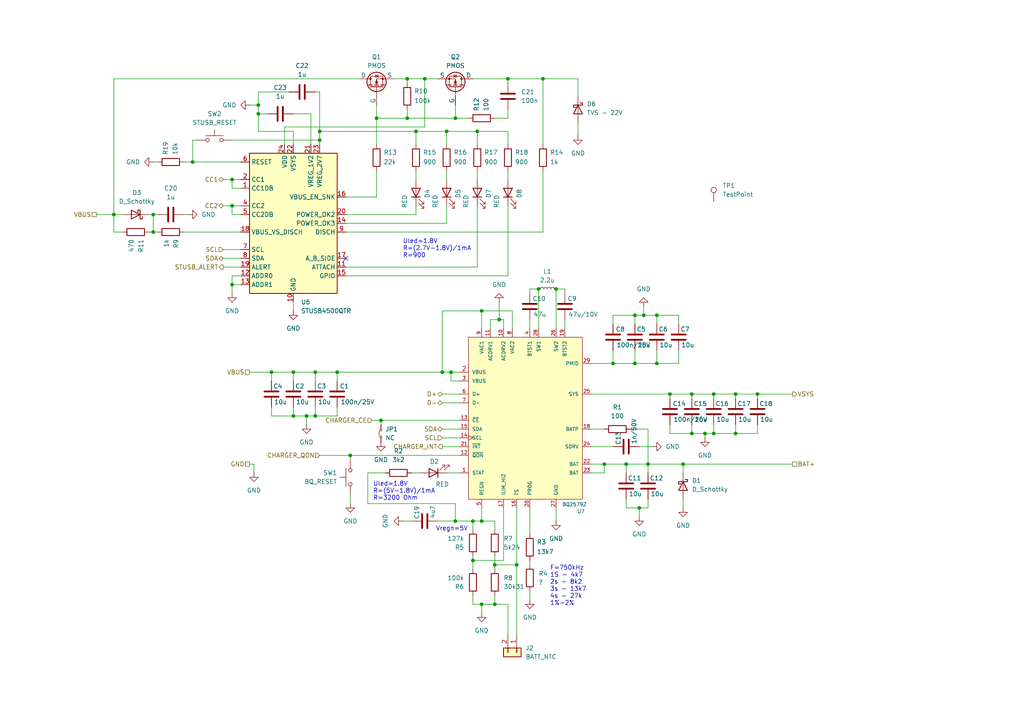
<source format=kicad_sch>
(kicad_sch (version 20231120) (generator "eeschema") (generator_version "8.0")
  (paper "A4")
  (lib_symbols
    (symbol "Connector:TestPoint" (pin_numbers hide) (pin_names (offset 0.762) hide)
      (property "Reference" "TP" (at 0 6.858 0))
      (property "Value" "TestPoint" (at 0 5.08 0))
      (symbol "TestPoint_0_1"
        (circle (center 0 3.302) (radius 0.762))
      )
      (symbol "TestPoint_1_1"
        (pin passive line (at 0 0 90) (length 2.54) (name "1") (number "1"))
      )
    )
    (symbol "Connector_Generic:Conn_01x02" (pin_names (offset 1.016) hide)
      (property "Reference" "J" (at 0 2.54 0))
      (property "Value" "Conn_01x02" (at 0 -5.08 0))
      (symbol "Conn_01x02_1_1"
        (rectangle (start -1.27 -2.413) (end 0 -2.667) (stroke (width 0.1524)))
        (rectangle (start -1.27 0.127) (end 0 -0.127) (stroke (width 0.1524)))
        (rectangle (start -1.27 1.27) (end 1.27 -3.81) (stroke (width 0.254)) (fill (type background)))
        (pin passive line (at -5.08 0 0) (length 3.81) (name "Pin_1") (number "1"))
        (pin passive line (at -5.08 -2.54 0) (length 3.81) (name "Pin_2") (number "2"))
      )
    )
    (symbol "Device:C" (pin_numbers hide) (pin_names (offset 0.254))
      (property "Reference" "C" (at 0.635 2.54 0))
      (property "Value" "C" (at 0.635 -2.54 0))
      (symbol "C_0_1"
        (polyline (pts (xy -2.032 -0.762) (xy 2.032 -0.762)) (stroke (width 0.508)))
        (polyline (pts (xy -2.032 0.762) (xy 2.032 0.762)) (stroke (width 0.508)))
      )
      (symbol "C_1_1"
        (pin passive line (at 0 3.81 270) (length 2.794) (name "~") (number "1"))
        (pin passive line (at 0 -3.81 90) (length 2.794) (name "~") (number "2"))
      )
    )
    (symbol "Device:D_Schottky" (pin_numbers hide) (pin_names (offset 1.016) hide)
      (property "Reference" "D" (at 0 2.54 0))
      (property "Value" "D_Schottky" (at 0 -2.54 0))
      (symbol "D_Schottky_0_1"
        (polyline (pts (xy 1.27 0) (xy -1.27 0)))
        (polyline (pts (xy 1.27 1.27) (xy 1.27 -1.27) (xy -1.27 0) (xy 1.27 1.27)) (stroke (width 0.254)))
        (polyline (pts (xy -1.905 0.635) (xy -1.905 1.27) (xy -1.27 1.27) (xy -1.27 -1.27) (xy -0.635 -1.27) (xy -0.635 -0.635)) (stroke (width 0.254)))
      )
      (symbol "D_Schottky_1_1"
        (pin passive line (at -3.81 0 0) (length 2.54) (name "K") (number "1"))
        (pin passive line (at 3.81 0 180) (length 2.54) (name "A") (number "2"))
      )
    )
    (symbol "Device:LED" (pin_numbers hide) (pin_names (offset 1.016) hide)
      (property "Reference" "D" (at 0 2.54 0))
      (property "Value" "LED" (at 0 -2.54 0))
      (symbol "LED_0_1"
        (polyline (pts (xy -1.27 -1.27) (xy -1.27 1.27)) (stroke (width 0.254)))
        (polyline (pts (xy -1.27 0) (xy 1.27 0)))
        (polyline (pts (xy 1.27 -1.27) (xy 1.27 1.27) (xy -1.27 0) (xy 1.27 -1.27)) (stroke (width 0.254)))
        (polyline (pts (xy -3.048 -0.762) (xy -4.572 -2.286) (xy -3.81 -2.286) (xy -4.572 -2.286) (xy -4.572 -1.524)))
        (polyline (pts (xy -1.778 -0.762) (xy -3.302 -2.286) (xy -2.54 -2.286) (xy -3.302 -2.286) (xy -3.302 -1.524)))
      )
      (symbol "LED_1_1"
        (pin passive line (at -3.81 0 0) (length 2.54) (name "K") (number "1"))
        (pin passive line (at 3.81 0 180) (length 2.54) (name "A") (number "2"))
      )
    )
    (symbol "Device:L_Small" (pin_numbers hide) (pin_names (offset 0.254) hide)
      (property "Reference" "L" (at 0.762 1.016 0))
      (property "Value" "L_Small" (at 0.762 -1.016 0))
      (symbol "L_Small_0_1"
        (arc (start 0 -2.032) (mid 0.5058 -1.524) (end 0 -1.016))
        (arc (start 0 -1.016) (mid 0.5058 -0.508) (end 0 0))
        (arc (start 0 0) (mid 0.5058 0.508) (end 0 1.016))
        (arc (start 0 1.016) (mid 0.5058 1.524) (end 0 2.032))
      )
      (symbol "L_Small_1_1"
        (pin passive line (at 0 2.54 270) (length 0.508) (name "~") (number "1"))
        (pin passive line (at 0 -2.54 90) (length 0.508) (name "~") (number "2"))
      )
    )
    (symbol "Device:R" (pin_numbers hide) (pin_names (offset 0))
      (property "Reference" "R" (at 2.032 0 90))
      (property "Value" "R" (at 0 0 90))
      (symbol "R_0_1"
        (rectangle (start -1.016 -2.54) (end 1.016 2.54) (stroke (width 0.254)))
      )
      (symbol "R_1_1"
        (pin passive line (at 0 3.81 270) (length 1.27) (name "~") (number "1"))
        (pin passive line (at 0 -3.81 90) (length 1.27) (name "~") (number "2"))
      )
    )
    (symbol "Interface_USB:STUSB4500QTR"
      (property "Reference" "U" (at -12.7 21.59 0))
      (property "Value" "STUSB4500QTR" (at 8.89 -21.59 0))
      (symbol "STUSB4500QTR_0_1"
        (rectangle (start -12.7 20.32) (end 12.7 -20.32) (stroke (width 0.254)) (fill (type background)))
      )
      (symbol "STUSB4500QTR_1_1"
        (pin bidirectional line (at -15.24 10.16 0) (length 2.54) (name "CC1DB") (number "1"))
        (pin power_in line (at 0 -22.86 90) (length 2.54) (name "GND") (number "10"))
        (pin open_collector line (at 15.24 -12.7 180) (length 2.54) (name "ATTACH") (number "11"))
        (pin input line (at -15.24 -15.24 0) (length 2.54) (name "ADDR0") (number "12"))
        (pin input line (at -15.24 -17.78 0) (length 2.54) (name "ADDR1") (number "13"))
        (pin open_collector line (at 15.24 0 180) (length 2.54) (name "POWER_OK3") (number "14"))
        (pin open_collector line (at 15.24 -15.24 180) (length 2.54) (name "GPIO") (number "15"))
        (pin open_collector line (at 15.24 7.62 180) (length 2.54) (name "VBUS_EN_SNK") (number "16"))
        (pin open_collector line (at 15.24 -10.16 180) (length 2.54) (name "A_B_SIDE") (number "17"))
        (pin input line (at -15.24 -2.54 0) (length 2.54) (name "VBUS_VS_DISCH") (number "18"))
        (pin open_collector line (at -15.24 -12.7 0) (length 2.54) (name "ALERT") (number "19"))
        (pin bidirectional line (at -15.24 12.7 0) (length 2.54) (name "CC1") (number "2"))
        (pin open_collector line (at 15.24 2.54 180) (length 2.54) (name "POWER_OK2") (number "20"))
        (pin power_out line (at 5.08 22.86 270) (length 2.54) (name "VREG_1V2") (number "21"))
        (pin power_in line (at 0 22.86 270) (length 2.54) (name "VSYS") (number "22"))
        (pin power_out line (at 7.62 22.86 270) (length 2.54) (name "VREG_2V7") (number "23"))
        (pin power_in line (at -2.54 22.86 270) (length 2.54) (name "VDD") (number "24"))
        (pin passive line (at 0 -22.86 90) (length 2.54) hide (name "GND") (number "25"))
        (pin no_connect line (at -12.7 15.24 0) (length 2.54) hide (name "NC") (number "3"))
        (pin bidirectional line (at -15.24 5.08 0) (length 2.54) (name "CC2") (number "4"))
        (pin bidirectional line (at -15.24 2.54 0) (length 2.54) (name "CC2DB") (number "5"))
        (pin input line (at -15.24 17.78 0) (length 2.54) (name "RESET") (number "6"))
        (pin input line (at -15.24 -7.62 0) (length 2.54) (name "SCL") (number "7"))
        (pin bidirectional line (at -15.24 -10.16 0) (length 2.54) (name "SDA") (number "8"))
        (pin bidirectional line (at 15.24 -2.54 180) (length 2.54) (name "DISCH") (number "9"))
      )
    )
    (symbol "Jumper:Jumper_2_Small_Bridged" (pin_numbers hide) (pin_names (offset 0) hide) (exclude_from_sim yes)
      (property "Reference" "JP" (at 0 2.032 0))
      (property "Value" "Jumper_2_Small_Bridged" (at 0 -2.286 0))
      (symbol "Jumper_2_Small_Bridged_0_0"
        (circle (center -1.016 0) (radius 0.254))
        (circle (center 1.016 0) (radius 0.254))
      )
      (symbol "Jumper_2_Small_Bridged_0_1"
        (arc (start 0.762 0.254) (mid 0 0.5696) (end -0.762 0.254))
      )
      (symbol "Jumper_2_Small_Bridged_1_1"
        (pin passive line (at -2.54 0 0) (length 1.27) (name "A") (number "1"))
        (pin passive line (at 2.54 0 180) (length 1.27) (name "B") (number "2"))
      )
    )
    (symbol "Simulation_SPICE:PMOS" (pin_numbers hide) (pin_names (offset 0))
      (property "Reference" "Q" (at 5.08 1.27 0))
      (property "Value" "PMOS" (at 5.08 -1.27 0))
      (symbol "PMOS_0_1"
        (polyline (pts (xy 0.254 0) (xy -2.54 0)))
        (polyline (pts (xy 0.254 1.905) (xy 0.254 -1.905)) (stroke (width 0.254)))
        (polyline (pts (xy 0.762 -1.27) (xy 0.762 -2.286)) (stroke (width 0.254)))
        (polyline (pts (xy 0.762 0.508) (xy 0.762 -0.508)) (stroke (width 0.254)))
        (polyline (pts (xy 0.762 2.286) (xy 0.762 1.27)) (stroke (width 0.254)))
        (polyline (pts (xy 2.54 2.54) (xy 2.54 1.778)))
        (polyline (pts (xy 2.54 -2.54) (xy 2.54 0) (xy 0.762 0)))
        (polyline (pts (xy 0.762 1.778) (xy 3.302 1.778) (xy 3.302 -1.778) (xy 0.762 -1.778)))
        (polyline (pts (xy 2.286 0) (xy 1.27 0.381) (xy 1.27 -0.381) (xy 2.286 0)) (fill (type outline)))
        (polyline (pts (xy 2.794 -0.508) (xy 2.921 -0.381) (xy 3.683 -0.381) (xy 3.81 -0.254)))
        (polyline (pts (xy 3.302 -0.381) (xy 2.921 0.254) (xy 3.683 0.254) (xy 3.302 -0.381)))
        (circle (center 1.651 0) (radius 2.794) (stroke (width 0.254)))
        (circle (center 2.54 -1.778) (radius 0.254) (fill (type outline)))
        (circle (center 2.54 1.778) (radius 0.254) (fill (type outline)))
      )
      (symbol "PMOS_1_1"
        (pin passive line (at 2.54 5.08 270) (length 2.54) (name "D") (number "1"))
        (pin input line (at -5.08 0 0) (length 2.54) (name "G") (number "2"))
        (pin passive line (at 2.54 -5.08 90) (length 2.54) (name "S") (number "3"))
      )
    )
    (symbol "Switch:SW_Push" (pin_numbers hide) (pin_names (offset 1.016) hide)
      (property "Reference" "SW" (at 1.27 2.54 0))
      (property "Value" "SW_Push" (at 0 -1.524 0))
      (symbol "SW_Push_0_1"
        (circle (center -2.032 0) (radius 0.508))
        (polyline (pts (xy 0 1.27) (xy 0 3.048)))
        (polyline (pts (xy 2.54 1.27) (xy -2.54 1.27)))
        (circle (center 2.032 0) (radius 0.508))
        (pin passive line (at -5.08 0 0) (length 2.54) (name "1") (number "1"))
        (pin passive line (at 5.08 0 180) (length 2.54) (name "2") (number "2"))
      )
    )
    (symbol "myLib:BQ25792" (pin_names (offset 1.016))
      (property "Reference" "U" (at 13.97 -26.67 0))
      (property "Value" "BQ25792" (at 15.494 -24.384 0))
      (symbol "BQ25792_0_1"
        (polyline (pts (xy -15.24 24.13) (xy 17.78 24.13) (xy 17.78 -22.86) (xy -15.24 -22.86) (xy -15.24 24.13)) (fill (type background)))
      )
      (symbol "BQ25792_1_1"
        (pin open_collector line (at -17.78 -15.24 0) (length 2.54) (name "STAT") (number "1"))
        (pin power_out line (at -5.08 26.67 270) (length 2.54) (name "ACDRV2") (number "10"))
        (pin power_out line (at -8.89 26.67 270) (length 2.54) (name "ACDRV1") (number "11"))
        (pin open_collector line (at -17.78 -10.16 0) (length 2.54) (name "~{QON}") (number "12"))
        (pin open_collector line (at -17.78 0 0) (length 2.54) (name "~{CE}") (number "13"))
        (pin input clock (at -17.78 -5.08 0) (length 2.54) (name "SCL") (number "14"))
        (pin bidirectional line (at -17.78 -2.54 0) (length 2.54) (name "SDA") (number "15"))
        (pin input line (at -1.27 -25.4 90) (length 2.54) (name "TS") (number "16"))
        (pin input line (at -5.08 -25.4 90) (length 2.54) (name "ILIM_HIZ") (number "17"))
        (pin power_out line (at 20.32 -2.54 180) (length 2.54) (name "BATP") (number "18"))
        (pin power_out line (at 12.7 26.67 270) (length 2.54) (name "BTST2") (number "19"))
        (pin power_in line (at -17.78 13.97 0) (length 2.54) (name "VBUS") (number "2"))
        (pin input line (at 2.54 -25.4 90) (length 2.54) (name "PROG") (number "20"))
        (pin output line (at -17.78 -7.62 0) (length 2.54) (name "~{INT}") (number "21"))
        (pin power_out line (at 20.32 -12.7 180) (length 2.54) (name "BAT") (number "22"))
        (pin power_out line (at 20.32 -15.24 180) (length 2.54) (name "BAT") (number "23"))
        (pin power_out line (at 20.32 -7.62 180) (length 2.54) (name "SDRV") (number "24"))
        (pin power_out line (at 20.32 7.62 180) (length 2.54) (name "SYS") (number "25"))
        (pin power_out line (at 10.16 26.67 270) (length 2.54) (name "SW2") (number "26"))
        (pin power_in line (at 10.16 -25.4 90) (length 2.54) (name "GND") (number "27"))
        (pin power_out line (at 5.08 26.67 270) (length 2.54) (name "SW1") (number "28"))
        (pin power_out line (at 20.32 16.51 180) (length 2.54) (name "PMID") (number "29"))
        (pin power_in line (at -17.78 11.43 0) (length 2.54) (name "VBUS") (number "3"))
        (pin power_in line (at 2.54 26.67 270) (length 2.54) (name "BTST1") (number "4"))
        (pin power_out line (at -11.43 -25.4 90) (length 2.54) (name "REGN") (number "5"))
        (pin bidirectional line (at -17.78 7.62 0) (length 2.54) (name "D+") (number "6"))
        (pin bidirectional line (at -17.78 5.08 0) (length 2.54) (name "D-") (number "7"))
        (pin power_in line (at -2.54 26.67 270) (length 2.54) (name "VAC2") (number "8"))
        (pin power_in line (at -11.43 26.67 270) (length 2.54) (name "VAC1") (number "9"))
      )
    )
    (symbol "power:GND" (power) (pin_numbers hide) (pin_names (offset 0) hide)
      (property "Value" "GND" (at 0 -3.81 0))
      (symbol "GND_0_1"
        (polyline (pts (xy 0 0) (xy 0 -1.27) (xy 1.27 -1.27) (xy 0 -2.54) (xy -1.27 -1.27) (xy 0 -1.27)))
      )
      (symbol "GND_1_1"
        (pin power_in line (at 0 0 270) (length 0) (name "~") (number "1"))
      )
    )
  )
  (junction (at 213.36 114.3))
  (junction (at 33.02 62.23))
  (junction (at 44.45 67.31))
  (junction (at 67.31 82.55))
  (junction (at 144.78 92.71))
  (junction (at 200.66 125.73))
  (junction (at 123.19 22.86))
  (junction (at 149.86 163.83))
  (junction (at 185.42 147.32))
  (junction (at 137.16 151.13))
  (junction (at 207.01 125.73))
  (junction (at 200.66 114.3))
  (junction (at 118.11 22.86))
  (junction (at 213.36 125.73))
  (junction (at 143.51 163.83))
  (junction (at 120.65 38.1))
  (junction (at 143.51 175.26))
  (junction (at 194.31 114.3))
  (junction (at 139.7 175.26))
  (junction (at 129.54 38.1))
  (junction (at 92.71 38.1))
  (junction (at 67.31 59.69))
  (junction (at 190.5 91.44))
  (junction (at 138.43 38.1))
  (junction (at 139.7 90.17))
  (junction (at 175.26 134.62))
  (junction (at 85.09 120.65))
  (junction (at 161.29 83.82))
  (junction (at 88.9 120.65))
  (junction (at 74.93 30.48))
  (junction (at 190.5 105.41))
  (junction (at 184.15 105.41))
  (junction (at 91.44 120.65))
  (junction (at 118.11 34.29))
  (junction (at 184.15 91.44))
  (junction (at 177.8 105.41))
  (junction (at 101.6 132.08))
  (junction (at 74.93 33.02))
  (junction (at 97.79 107.95))
  (junction (at 67.31 52.07))
  (junction (at 55.88 46.99))
  (junction (at 186.69 91.44))
  (junction (at 219.71 114.3))
  (junction (at 137.16 162.56))
  (junction (at 207.01 114.3))
  (junction (at 204.47 125.73))
  (junction (at 130.81 107.95))
  (junction (at 147.32 22.86))
  (junction (at 157.48 22.86))
  (junction (at 78.74 107.95))
  (junction (at 92.71 40.64))
  (junction (at 110.49 121.92))
  (junction (at 91.44 107.95))
  (junction (at 132.08 34.29))
  (junction (at 44.45 62.23))
  (junction (at 85.09 107.95))
  (junction (at 181.61 134.62))
  (junction (at 156.21 83.82))
  (junction (at 187.96 134.62))
  (junction (at 109.22 34.29))
  (junction (at 128.27 107.95))
  (junction (at 139.7 151.13))
  (junction (at 198.12 134.62))
  (junction (at 132.08 151.13))
  (no_connect (at 100.33 74.93))
  (wire (pts (xy 73.66 134.62) (xy 73.66 137.16)))
  (wire (pts (xy 106.68 146.05) (xy 132.08 146.05)))
  (wire (pts (xy 171.45 134.62) (xy 175.26 134.62)))
  (wire (pts (xy 143.51 163.83) (xy 143.51 165.1)))
  (wire (pts (xy 74.93 26.67) (xy 74.93 30.48)))
  (wire (pts (xy 167.64 22.86) (xy 157.48 22.86)))
  (wire (pts (xy 184.15 91.44) (xy 186.69 91.44)))
  (wire (pts (xy 118.11 22.86) (xy 123.19 22.86)))
  (wire (pts (xy 72.39 107.95) (xy 78.74 107.95)))
  (wire (pts (xy 128.27 90.17) (xy 128.27 107.95)))
  (wire (pts (xy 133.35 132.08) (xy 101.6 132.08)))
  (wire (pts (xy 67.31 80.01) (xy 69.85 80.01)))
  (wire (pts (xy 153.67 147.32) (xy 153.67 154.94)))
  (wire (pts (xy 128.27 124.46) (xy 133.35 124.46)))
  (wire (pts (xy 207.01 125.73) (xy 213.36 125.73)))
  (wire (pts (xy 147.32 175.26) (xy 143.51 175.26)))
  (wire (pts (xy 198.12 134.62) (xy 198.12 137.16)))
  (wire (pts (xy 219.71 114.3) (xy 229.87 114.3)))
  (wire (pts (xy 200.66 114.3) (xy 207.01 114.3)))
  (wire (pts (xy 67.31 62.23) (xy 67.31 59.69)))
  (wire (pts (xy 161.29 83.82) (xy 161.29 95.25)))
  (wire (pts (xy 137.16 162.56) (xy 146.05 162.56)))
  (wire (pts (xy 219.71 125.73) (xy 219.71 123.19)))
  (wire (pts (xy 101.6 143.51) (xy 101.6 146.05)))
  (wire (pts (xy 167.64 27.94) (xy 167.64 22.86)))
  (wire (pts (xy 91.44 120.65) (xy 97.79 120.65)))
  (wire (pts (xy 177.8 101.6) (xy 177.8 105.41)))
  (wire (pts (xy 137.16 172.72) (xy 137.16 175.26)))
  (wire (pts (xy 143.51 163.83) (xy 149.86 163.83)))
  (wire (pts (xy 187.96 134.62) (xy 187.96 137.16)))
  (wire (pts (xy 129.54 64.77) (xy 100.33 64.77)))
  (wire (pts (xy 114.3 22.86) (xy 118.11 22.86)))
  (wire (pts (xy 35.56 67.31) (xy 33.02 67.31)))
  (wire (pts (xy 147.32 80.01) (xy 100.33 80.01)))
  (wire (pts (xy 109.22 30.48) (xy 109.22 34.29)))
  (wire (pts (xy 74.93 30.48) (xy 74.93 33.02)))
  (wire (pts (xy 167.64 35.56) (xy 167.64 39.37)))
  (wire (pts (xy 44.45 62.23) (xy 44.45 67.31)))
  (wire (pts (xy 194.31 123.19) (xy 194.31 125.73)))
  (wire (pts (xy 139.7 147.32) (xy 139.7 151.13)))
  (wire (pts (xy 119.38 137.16) (xy 121.92 137.16)))
  (wire (pts (xy 53.34 62.23) (xy 54.61 62.23)))
  (wire (pts (xy 27.94 62.23) (xy 33.02 62.23)))
  (wire (pts (xy 118.11 34.29) (xy 132.08 34.29)))
  (wire (pts (xy 157.48 41.91) (xy 157.48 22.86)))
  (wire (pts (xy 146.05 147.32) (xy 146.05 162.56)))
  (wire (pts (xy 64.77 52.07) (xy 67.31 52.07)))
  (wire (pts (xy 106.68 137.16) (xy 106.68 146.05)))
  (wire (pts (xy 129.54 59.69) (xy 129.54 64.77)))
  (wire (pts (xy 153.67 162.56) (xy 153.67 163.83)))
  (wire (pts (xy 67.31 54.61) (xy 67.31 52.07)))
  (wire (pts (xy 147.32 22.86) (xy 147.32 24.13)))
  (wire (pts (xy 91.44 107.95) (xy 91.44 110.49)))
  (wire (pts (xy 69.85 62.23) (xy 67.31 62.23)))
  (wire (pts (xy 133.35 110.49) (xy 130.81 110.49)))
  (wire (pts (xy 213.36 114.3) (xy 219.71 114.3)))
  (wire (pts (xy 229.87 134.62) (xy 198.12 134.62)))
  (wire (pts (xy 72.39 30.48) (xy 74.93 30.48)))
  (wire (pts (xy 200.66 114.3) (xy 200.66 115.57)))
  (wire (pts (xy 128.27 116.84) (xy 133.35 116.84)))
  (wire (pts (xy 67.31 85.09) (xy 67.31 82.55)))
  (wire (pts (xy 120.65 38.1) (xy 92.71 38.1)))
  (wire (pts (xy 132.08 151.13) (xy 137.16 151.13)))
  (wire (pts (xy 78.74 120.65) (xy 85.09 120.65)))
  (wire (pts (xy 119.38 151.13) (xy 116.84 151.13)))
  (wire (pts (xy 43.18 62.23) (xy 44.45 62.23)))
  (wire (pts (xy 184.15 101.6) (xy 184.15 105.41)))
  (wire (pts (xy 185.42 147.32) (xy 187.96 147.32)))
  (wire (pts (xy 204.47 125.73) (xy 204.47 127)))
  (wire (pts (xy 143.51 151.13) (xy 143.51 153.67)))
  (wire (pts (xy 177.8 93.98) (xy 177.8 91.44)))
  (wire (pts (xy 90.17 33.02) (xy 85.09 33.02)))
  (wire (pts (xy 139.7 90.17) (xy 139.7 95.25)))
  (wire (pts (xy 109.22 57.15) (xy 109.22 49.53)))
  (wire (pts (xy 72.39 134.62) (xy 73.66 134.62)))
  (wire (pts (xy 109.22 34.29) (xy 109.22 41.91)))
  (wire (pts (xy 138.43 59.69) (xy 138.43 77.47)))
  (wire (pts (xy 129.54 41.91) (xy 129.54 38.1)))
  (wire (pts (xy 69.85 54.61) (xy 67.31 54.61)))
  (wire (pts (xy 213.36 114.3) (xy 213.36 115.57)))
  (wire (pts (xy 132.08 146.05) (xy 132.08 151.13)))
  (wire (pts (xy 85.09 118.11) (xy 85.09 120.65)))
  (wire (pts (xy 129.54 38.1) (xy 138.43 38.1)))
  (wire (pts (xy 190.5 91.44) (xy 196.85 91.44)))
  (wire (pts (xy 161.29 147.32) (xy 161.29 151.13)))
  (wire (pts (xy 194.31 125.73) (xy 200.66 125.73)))
  (wire (pts (xy 196.85 91.44) (xy 196.85 93.98)))
  (wire (pts (xy 142.24 95.25) (xy 142.24 92.71)))
  (wire (pts (xy 171.45 124.46) (xy 175.26 124.46)))
  (wire (pts (xy 138.43 49.53) (xy 138.43 52.07)))
  (wire (pts (xy 118.11 31.75) (xy 118.11 34.29)))
  (wire (pts (xy 185.42 147.32) (xy 185.42 149.86)))
  (wire (pts (xy 137.16 162.56) (xy 137.16 165.1)))
  (wire (pts (xy 144.78 87.63) (xy 144.78 92.71)))
  (wire (pts (xy 132.08 30.48) (xy 132.08 34.29)))
  (wire (pts (xy 67.31 40.64) (xy 92.71 40.64)))
  (wire (pts (xy 78.74 118.11) (xy 78.74 120.65)))
  (wire (pts (xy 194.31 114.3) (xy 194.31 115.57)))
  (wire (pts (xy 120.65 49.53) (xy 120.65 52.07)))
  (wire (pts (xy 175.26 134.62) (xy 181.61 134.62)))
  (wire (pts (xy 190.5 105.41) (xy 196.85 105.41)))
  (wire (pts (xy 92.71 40.64) (xy 92.71 38.1)))
  (wire (pts (xy 157.48 22.86) (xy 147.32 22.86)))
  (wire (pts (xy 85.09 120.65) (xy 88.9 120.65)))
  (wire (pts (xy 55.88 40.64) (xy 55.88 46.99)))
  (wire (pts (xy 100.33 57.15) (xy 109.22 57.15)))
  (wire (pts (xy 91.44 107.95) (xy 97.79 107.95)))
  (wire (pts (xy 33.02 62.23) (xy 35.56 62.23)))
  (wire (pts (xy 82.55 41.91) (xy 82.55 36.83)))
  (wire (pts (xy 137.16 151.13) (xy 137.16 153.67)))
  (wire (pts (xy 182.88 124.46) (xy 187.96 124.46)))
  (wire (pts (xy 88.9 120.65) (xy 91.44 120.65)))
  (wire (pts (xy 130.81 107.95) (xy 133.35 107.95)))
  (wire (pts (xy 139.7 90.17) (xy 128.27 90.17)))
  (wire (pts (xy 128.27 107.95) (xy 130.81 107.95)))
  (wire (pts (xy 43.18 67.31) (xy 44.45 67.31)))
  (wire (pts (xy 147.32 34.29) (xy 147.32 31.75)))
  (wire (pts (xy 137.16 175.26) (xy 139.7 175.26)))
  (wire (pts (xy 171.45 114.3) (xy 194.31 114.3)))
  (wire (pts (xy 97.79 107.95) (xy 128.27 107.95)))
  (wire (pts (xy 67.31 82.55) (xy 67.31 80.01)))
  (wire (pts (xy 128.27 129.54) (xy 133.35 129.54)))
  (wire (pts (xy 175.26 134.62) (xy 175.26 137.16)))
  (wire (pts (xy 92.71 26.67) (xy 91.44 26.67)))
  (wire (pts (xy 67.31 52.07) (xy 69.85 52.07)))
  (wire (pts (xy 156.21 83.82) (xy 156.21 95.25)))
  (wire (pts (xy 137.16 161.29) (xy 137.16 162.56)))
  (wire (pts (xy 85.09 41.91) (xy 85.09 38.1)))
  (wire (pts (xy 196.85 101.6) (xy 196.85 105.41)))
  (wire (pts (xy 120.65 38.1) (xy 120.65 41.91)))
  (wire (pts (xy 143.51 151.13) (xy 139.7 151.13)))
  (wire (pts (xy 101.6 132.08) (xy 101.6 133.35)))
  (wire (pts (xy 186.69 88.9) (xy 186.69 91.44)))
  (wire (pts (xy 91.44 118.11) (xy 91.44 120.65)))
  (wire (pts (xy 123.19 22.86) (xy 127 22.86)))
  (wire (pts (xy 110.49 121.92) (xy 110.49 123.19)))
  (wire (pts (xy 67.31 82.55) (xy 69.85 82.55)))
  (wire (pts (xy 163.83 83.82) (xy 163.83 85.09)))
  (wire (pts (xy 207.01 114.3) (xy 207.01 115.57)))
  (wire (pts (xy 148.59 95.25) (xy 148.59 90.17)))
  (wire (pts (xy 185.42 129.54) (xy 189.23 129.54)))
  (wire (pts (xy 64.77 74.93) (xy 69.85 74.93)))
  (wire (pts (xy 120.65 62.23) (xy 100.33 62.23)))
  (wire (pts (xy 190.5 91.44) (xy 190.5 93.98)))
  (wire (pts (xy 139.7 175.26) (xy 139.7 177.8)))
  (wire (pts (xy 157.48 67.31) (xy 157.48 49.53)))
  (wire (pts (xy 153.67 83.82) (xy 156.21 83.82)))
  (wire (pts (xy 97.79 107.95) (xy 97.79 110.49)))
  (wire (pts (xy 129.54 49.53) (xy 129.54 52.07)))
  (wire (pts (xy 118.11 22.86) (xy 118.11 24.13)))
  (wire (pts (xy 107.95 121.92) (xy 110.49 121.92)))
  (wire (pts (xy 33.02 22.86) (xy 33.02 62.23)))
  (wire (pts (xy 55.88 46.99) (xy 69.85 46.99)))
  (wire (pts (xy 147.32 184.15) (xy 147.32 175.26)))
  (wire (pts (xy 92.71 41.91) (xy 92.71 40.64)))
  (wire (pts (xy 153.67 92.71) (xy 153.67 95.25)))
  (wire (pts (xy 181.61 134.62) (xy 187.96 134.62)))
  (wire (pts (xy 129.54 38.1) (xy 120.65 38.1)))
  (wire (pts (xy 109.22 34.29) (xy 118.11 34.29)))
  (wire (pts (xy 198.12 144.78) (xy 198.12 147.32)))
  (wire (pts (xy 130.81 110.49) (xy 130.81 107.95)))
  (wire (pts (xy 171.45 129.54) (xy 177.8 129.54)))
  (wire (pts (xy 33.02 62.23) (xy 33.02 67.31)))
  (wire (pts (xy 207.01 114.3) (xy 213.36 114.3)))
  (wire (pts (xy 44.45 46.99) (xy 45.72 46.99)))
  (wire (pts (xy 142.24 92.71) (xy 144.78 92.71)))
  (wire (pts (xy 120.65 59.69) (xy 120.65 62.23)))
  (wire (pts (xy 184.15 105.41) (xy 190.5 105.41)))
  (wire (pts (xy 184.15 91.44) (xy 184.15 93.98)))
  (wire (pts (xy 148.59 90.17) (xy 139.7 90.17)))
  (wire (pts (xy 171.45 105.41) (xy 177.8 105.41)))
  (wire (pts (xy 123.19 36.83) (xy 123.19 22.86)))
  (wire (pts (xy 78.74 107.95) (xy 85.09 107.95)))
  (wire (pts (xy 138.43 41.91) (xy 138.43 38.1)))
  (wire (pts (xy 200.66 125.73) (xy 204.47 125.73)))
  (wire (pts (xy 85.09 107.95) (xy 91.44 107.95)))
  (wire (pts (xy 187.96 147.32) (xy 187.96 144.78)))
  (wire (pts (xy 100.33 67.31) (xy 157.48 67.31)))
  (wire (pts (xy 44.45 62.23) (xy 45.72 62.23)))
  (wire (pts (xy 181.61 147.32) (xy 185.42 147.32)))
  (wire (pts (xy 204.47 125.73) (xy 207.01 125.73)))
  (wire (pts (xy 138.43 38.1) (xy 147.32 38.1)))
  (wire (pts (xy 143.51 175.26) (xy 143.51 172.72)))
  (wire (pts (xy 53.34 67.31) (xy 69.85 67.31)))
  (wire (pts (xy 149.86 147.32) (xy 149.86 163.83)))
  (wire (pts (xy 187.96 124.46) (xy 187.96 134.62)))
  (wire (pts (xy 186.69 91.44) (xy 190.5 91.44)))
  (wire (pts (xy 198.12 134.62) (xy 187.96 134.62)))
  (wire (pts (xy 85.09 87.63) (xy 85.09 90.17)))
  (wire (pts (xy 92.71 38.1) (xy 92.71 26.67)))
  (wire (pts (xy 127 151.13) (xy 132.08 151.13)))
  (wire (pts (xy 104.14 22.86) (xy 33.02 22.86)))
  (wire (pts (xy 171.45 137.16) (xy 175.26 137.16)))
  (wire (pts (xy 149.86 163.83) (xy 149.86 184.15)))
  (wire (pts (xy 177.8 105.41) (xy 184.15 105.41)))
  (wire (pts (xy 194.31 114.3) (xy 200.66 114.3)))
  (wire (pts (xy 132.08 34.29) (xy 135.89 34.29)))
  (wire (pts (xy 161.29 83.82) (xy 163.83 83.82)))
  (wire (pts (xy 144.78 92.71) (xy 146.05 92.71)))
  (wire (pts (xy 139.7 175.26) (xy 143.51 175.26)))
  (wire (pts (xy 138.43 77.47) (xy 100.33 77.47)))
  (wire (pts (xy 143.51 161.29) (xy 143.51 163.83)))
  (wire (pts (xy 53.34 46.99) (xy 55.88 46.99)))
  (wire (pts (xy 74.93 38.1) (xy 74.93 33.02)))
  (wire (pts (xy 44.45 67.31) (xy 45.72 67.31)))
  (wire (pts (xy 64.77 72.39) (xy 69.85 72.39)))
  (wire (pts (xy 90.17 41.91) (xy 90.17 33.02)))
  (wire (pts (xy 163.83 92.71) (xy 163.83 95.25)))
  (wire (pts (xy 74.93 33.02) (xy 77.47 33.02)))
  (wire (pts (xy 143.51 34.29) (xy 147.32 34.29)))
  (wire (pts (xy 85.09 38.1) (xy 74.93 38.1)))
  (wire (pts (xy 57.15 40.64) (xy 55.88 40.64)))
  (wire (pts (xy 207.01 123.19) (xy 207.01 125.73)))
  (wire (pts (xy 213.36 123.19) (xy 213.36 125.73)))
  (wire (pts (xy 67.31 59.69) (xy 69.85 59.69)))
  (wire (pts (xy 85.09 107.95) (xy 85.09 110.49)))
  (wire (pts (xy 213.36 125.73) (xy 219.71 125.73)))
  (wire (pts (xy 64.77 77.47) (xy 69.85 77.47)))
  (wire (pts (xy 129.54 137.16) (xy 133.35 137.16)))
  (wire (pts (xy 153.67 85.09) (xy 153.67 83.82)))
  (wire (pts (xy 190.5 101.6) (xy 190.5 105.41)))
  (wire (pts (xy 83.82 26.67) (xy 74.93 26.67)))
  (wire (pts (xy 78.74 110.49) (xy 78.74 107.95)))
  (wire (pts (xy 147.32 41.91) (xy 147.32 38.1)))
  (wire (pts (xy 219.71 114.3) (xy 219.71 115.57)))
  (wire (pts (xy 128.27 114.3) (xy 133.35 114.3)))
  (wire (pts (xy 137.16 151.13) (xy 139.7 151.13)))
  (wire (pts (xy 88.9 120.65) (xy 88.9 123.19)))
  (wire (pts (xy 97.79 120.65) (xy 97.79 118.11)))
  (wire (pts (xy 177.8 91.44) (xy 184.15 91.44)))
  (wire (pts (xy 146.05 92.71) (xy 146.05 95.25)))
  (wire (pts (xy 92.71 132.08) (xy 101.6 132.08)))
  (wire (pts (xy 200.66 123.19) (xy 200.66 125.73)))
  (wire (pts (xy 64.77 59.69) (xy 67.31 59.69)))
  (wire (pts (xy 181.61 134.62) (xy 181.61 137.16)))
  (wire (pts (xy 128.27 127) (xy 133.35 127)))
  (wire (pts (xy 153.67 171.45) (xy 153.67 173.99)))
  (wire (pts (xy 147.32 59.69) (xy 147.32 80.01)))
  (wire (pts (xy 82.55 36.83) (xy 123.19 36.83)))
  (wire (pts (xy 181.61 144.78) (xy 181.61 147.32)))
  (wire (pts (xy 147.32 49.53) (xy 147.32 52.07)))
  (wire (pts (xy 110.49 121.92) (xy 133.35 121.92)))
  (wire (pts (xy 137.16 22.86) (xy 147.32 22.86)))
  (wire (pts (xy 111.76 137.16) (xy 106.68 137.16)))
  (text "Vregn=5V" (at 131.064 153.416 0) (effects (font (size 1.27 1.27))))
  (text "Uled=1.8V\nR=(2.7V-1.8V)/1mA\nR=900" (at 116.84 72.136 0) (effects (font (size 1.27 1.27)) (justify left)))
  (text "Uled=1.8V\nR=(5V-1.8V)/1mA\nR=3200 Ohm" (at 108.204 142.494 0) (effects (font (size 1.27 1.27)) (justify left)))
  (text "F=750kHz\n1S - 4k7\n2s - 8k2\n3s - 13k7\n4s - 27k\n1%-2%" (at 159.512 169.926 0) (effects (font (size 1.27 1.27)) (justify left)))
  (hierarchical_label "CC2" (shape bidirectional) (at 64.77 59.69 180))
  (hierarchical_label "VBUS" (shape passive) (at 72.39 107.95 180))
  (hierarchical_label "CHARGER_INT" (shape output) (at 128.27 129.54 180))
  (hierarchical_label "CC1" (shape bidirectional) (at 64.77 52.07 180))
  (hierarchical_label "CHARGER_QON" (shape input) (at 92.71 132.08 180))
  (hierarchical_label "D+" (shape bidirectional) (at 128.27 114.3 180))
  (hierarchical_label "SCL" (shape input) (at 64.77 72.39 180))
  (hierarchical_label "SCL" (shape input) (at 128.27 127 180))
  (hierarchical_label "VSYS" (shape output) (at 229.87 114.3 0))
  (hierarchical_label "BAT+" (shape passive) (at 229.87 134.62 0))
  (hierarchical_label "STUSB_ALERT" (shape output) (at 64.77 77.47 180))
  (hierarchical_label "VBUS" (shape passive) (at 27.94 62.23 180))
  (hierarchical_label "SDA" (shape bidirectional) (at 64.77 74.93 180))
  (hierarchical_label "GND" (shape passive) (at 72.39 134.62 180))
  (hierarchical_label "CHARGER_CE" (shape input) (at 107.95 121.92 180))
  (hierarchical_label "SDA" (shape bidirectional) (at 128.27 124.46 180))
  (hierarchical_label "D-" (shape bidirectional) (at 128.27 116.84 180))
  (symbol (lib_id "power:GND") (at 204.47 127 0) (unit 1)
    (property "Reference" "#PWR08" (effects (hide yes)))
    (property "Value" "GND" (at 204.47 132.08 0))
    (property "Description" "Power symbol creates a global label with name \"GND\" , ground" (effects (hide yes)))
  )
  (symbol (lib_id "Device:C") (at 181.61 140.97 0) (unit 1)
    (property "Reference" "C11" (at 182.118 138.684 0) (effects (justify left)))
    (property "Value" "10u" (at 182.372 143.256 0) (effects (justify left)))
    (property "Description" "Unpolarized capacitor" (effects (hide yes)))
  )
  (symbol (lib_id "Device:D_Schottky") (at 39.37 62.23 180) (unit 1)
    (property "Reference" "D3" (at 39.6875 55.88 0))
    (property "Value" "D_Schottky" (at 39.6875 58.42 0))
    (property "Description" "Schottky diode" (effects (hide yes)))
  )
  (symbol (lib_id "power:GND") (at 110.49 128.27 0) (unit 1)
    (property "Reference" "#PWR020" (effects (hide yes)))
    (property "Value" "GND" (at 110.49 133.35 0))
    (property "Description" "Power symbol creates a global label with name \"GND\" , ground" (effects (hide yes)))
  )
  (symbol (lib_id "Device:C") (at 81.28 33.02 90) (unit 1)
    (property "Reference" "C23" (at 81.28 25.4 90))
    (property "Value" "1u" (at 81.28 27.94 90))
    (property "Description" "Unpolarized capacitor" (effects (hide yes)))
  )
  (symbol (lib_id "Device:R") (at 137.16 157.48 180) (unit 1)
    (property "Reference" "R5" (at 134.62 158.7501 0) (effects (justify left)))
    (property "Value" "127k" (at 134.62 156.2101 0) (effects (justify left)))
    (property "Description" "Resistor" (effects (hide yes)))
  )
  (symbol (lib_id "Device:R") (at 179.07 124.46 90) (unit 1)
    (property "Reference" "R1" (at 179.07 118.11 90))
    (property "Value" "100" (at 179.07 120.65 90))
    (property "Description" "Resistor" (effects (hide yes)))
  )
  (symbol (lib_id "Device:C") (at 91.44 114.3 0) (unit 1)
    (property "Reference" "C3" (at 91.948 112.014 0) (effects (justify left)))
    (property "Value" "10u" (at 92.202 116.586 0) (effects (justify left)))
    (property "Description" "Unpolarized capacitor" (effects (hide yes)))
  )
  (symbol (lib_id "power:GND") (at 116.84 151.13 270) (unit 1)
    (property "Reference" "#PWR010" (effects (hide yes)))
    (property "Value" "GND" (at 111.76 151.13 0))
    (property "Description" "Power symbol creates a global label with name \"GND\" , ground" (effects (hide yes)))
  )
  (symbol (lib_id "Device:L_Small") (at 158.75 83.82 90) (unit 1)
    (property "Reference" "L1" (at 158.75 78.74 90))
    (property "Value" "2.2u" (at 158.75 81.28 90))
    (property "Description" "Inductor, small symbol" (effects (hide yes)))
  )
  (symbol (lib_id "Device:C") (at 207.01 119.38 0) (unit 1)
    (property "Reference" "C16" (at 207.518 117.094 0) (effects (justify left)))
    (property "Value" "10u" (at 207.772 121.666 0) (effects (justify left)))
    (property "Description" "Unpolarized capacitor" (effects (hide yes)))
  )
  (symbol (lib_id "Device:R") (at 39.37 67.31 270) (unit 1)
    (property "Reference" "R11" (at 40.894 69.342 0) (effects (justify left)))
    (property "Value" "470" (at 38.1 69.342 0) (effects (justify left)))
    (property "Description" "Resistor" (effects (hide yes)))
  )
  (symbol (lib_id "power:GND") (at 101.6 146.05 0) (unit 1)
    (property "Reference" "#PWR014" (effects (hide yes)))
    (property "Value" "GND" (at 101.6 151.13 0))
    (property "Description" "Power symbol creates a global label with name \"GND\" , ground" (effects (hide yes)))
  )
  (symbol (lib_id "power:GND") (at 185.42 149.86 0) (unit 1)
    (property "Reference" "#PWR06" (effects (hide yes)))
    (property "Value" "GND" (at 185.42 154.94 0))
    (property "Description" "Power symbol creates a global label with name \"GND\" , ground" (effects (hide yes)))
  )
  (symbol (lib_id "Device:C") (at 200.66 119.38 0) (unit 1)
    (property "Reference" "C15" (at 201.168 117.094 0) (effects (justify left)))
    (property "Value" "10u" (at 201.422 121.666 0) (effects (justify left)))
    (property "Description" "Unpolarized capacitor" (effects (hide yes)))
  )
  (symbol (lib_id "Device:C") (at 123.19 151.13 90) (unit 1)
    (property "Reference" "C19" (at 120.904 150.622 0) (effects (justify left)))
    (property "Value" "4u7" (at 125.476 150.368 0) (effects (justify left)))
    (property "Description" "Unpolarized capacitor" (effects (hide yes)))
  )
  (symbol (lib_id "power:GND") (at 161.29 151.13 0) (unit 1)
    (property "Reference" "#PWR02" (effects (hide yes)))
    (property "Value" "GND" (at 161.29 156.21 0))
    (property "Description" "Power symbol creates a global label with name \"GND\" , ground" (effects (hide yes)))
  )
  (symbol (lib_id "Connector:TestPoint") (at 207.01 58.42 0) (unit 1)
    (property "Reference" "TP1" (at 209.55 53.8479 0) (effects (justify left)))
    (property "Value" "TestPoint" (at 209.55 56.3879 0) (effects (justify left)))
    (property "Description" "test point" (effects (hide yes)))
  )
  (symbol (lib_id "Device:C") (at 87.63 26.67 270) (unit 1)
    (property "Reference" "C22" (at 87.63 19.05 90))
    (property "Value" "1u" (at 87.63 21.59 90))
    (property "Description" "Unpolarized capacitor" (effects (hide yes)))
  )
  (symbol (lib_id "power:GND") (at 54.61 62.23 90) (unit 1)
    (property "Reference" "#PWR016" (effects (hide yes)))
    (property "Value" "GND" (at 58.42 62.2299 90) (effects (justify right)))
    (property "Description" "Power symbol creates a global label with name \"GND\" , ground" (effects (hide yes)))
  )
  (symbol (lib_id "power:GND") (at 139.7 177.8 0) (unit 1)
    (property "Reference" "#PWR012" (effects (hide yes)))
    (property "Value" "GND" (at 139.7 182.88 0))
    (property "Description" "Power symbol creates a global label with name \"GND\" , ground" (effects (hide yes)))
  )
  (symbol (lib_id "Device:C") (at 153.67 88.9 0) (unit 1)
    (property "Reference" "C10" (at 154.432 86.614 0) (effects (justify left)))
    (property "Value" "47u" (at 154.686 91.186 0) (effects (justify left)))
    (property "Description" "Unpolarized capacitor" (effects (hide yes)))
  )
  (symbol (lib_id "Device:R") (at 137.16 168.91 180) (unit 1)
    (property "Reference" "R6" (at 134.62 170.1801 0) (effects (justify left)))
    (property "Value" "100k" (at 134.62 167.6401 0) (effects (justify left)))
    (property "Description" "Resistor" (effects (hide yes)))
  )
  (symbol (lib_id "Device:R") (at 153.67 158.75 0) (unit 1)
    (property "Reference" "R3" (at 155.702 157.226 0) (effects (justify left)))
    (property "Value" "13k7" (at 155.702 160.02 0) (effects (justify left)))
    (property "Description" "Resistor" (effects (hide yes)))
  )
  (symbol (lib_id "Device:LED") (at 125.73 137.16 180) (unit 1)
    (property "Reference" "D2" (at 125.984 133.858 0))
    (property "Value" "RED" (at 128.27 140.462 0))
    (property "Description" "Light emitting diode" (effects (hide yes)))
  )
  (symbol (lib_id "power:GND") (at 144.78 87.63 180) (unit 1)
    (property "Reference" "#PWR05" (effects (hide yes)))
    (property "Value" "GND" (at 144.78 82.55 0))
    (property "Description" "Power symbol creates a global label with name \"GND\" , ground" (effects (hide yes)))
  )
  (symbol (lib_id "power:GND") (at 189.23 129.54 90) (unit 1)
    (property "Reference" "#PWR09" (effects (hide yes)))
    (property "Value" "GND" (at 193.04 129.5399 90) (effects (justify right)))
    (property "Description" "Power symbol creates a global label with name \"GND\" , ground" (effects (hide yes)))
  )
  (symbol (lib_id "Device:R") (at 118.11 27.94 0) (unit 1)
    (property "Reference" "R10" (at 120.142 26.416 0) (effects (justify left)))
    (property "Value" "100k" (at 120.142 29.21 0) (effects (justify left)))
    (property "Description" "Resistor" (effects (hide yes)))
  )
  (symbol (lib_id "Device:R") (at 138.43 45.72 0) (unit 1)
    (property "Reference" "R17" (at 140.462 44.196 0) (effects (justify left)))
    (property "Value" "900" (at 140.462 46.99 0) (effects (justify left)))
    (property "Description" "Resistor" (effects (hide yes)))
  )
  (symbol (lib_id "power:GND") (at 44.45 46.99 270) (unit 1)
    (property "Reference" "#PWR019" (effects (hide yes)))
    (property "Value" "GND" (at 40.64 46.9899 90) (effects (justify right)))
    (property "Description" "Power symbol creates a global label with name \"GND\" , ground" (effects (hide yes)))
  )
  (symbol (lib_id "Device:C") (at 184.15 97.79 0) (unit 1)
    (property "Reference" "C5" (at 184.658 95.504 0) (effects (justify left)))
    (property "Value" "10u" (at 184.912 100.076 0) (effects (justify left)))
    (property "Description" "Unpolarized capacitor" (effects (hide yes)))
  )
  (symbol (lib_id "power:GND") (at 167.64 39.37 0) (unit 1)
    (property "Reference" "#PWR018" (effects (hide yes)))
    (property "Value" "GND" (at 167.64 44.45 0))
    (property "Description" "Power symbol creates a global label with name \"GND\" , ground" (effects (hide yes)))
  )
  (symbol (lib_id "Device:C") (at 194.31 119.38 0) (unit 1)
    (property "Reference" "C14" (at 195.072 117.094 0) (effects (justify left)))
    (property "Value" "100n/25V" (at 195.326 121.666 0) (effects (justify left)))
    (property "Description" "Unpolarized capacitor" (effects (hide yes)))
  )
  (symbol (lib_id "Device:R") (at 129.54 45.72 0) (unit 1)
    (property "Reference" "R16" (at 131.572 44.196 0) (effects (justify left)))
    (property "Value" "900" (at 131.572 46.99 0) (effects (justify left)))
    (property "Description" "Resistor" (effects (hide yes)))
  )
  (symbol (lib_id "Device:LED") (at 129.54 55.88 90) (unit 1)
    (property "Reference" "D5" (at 132.842 56.134 0))
    (property "Value" "RED" (at 126.238 58.42 0))
    (property "Description" "Light emitting diode" (effects (hide yes)))
  )
  (symbol (lib_id "power:GND") (at 85.09 90.17 0) (unit 1)
    (property "Reference" "#PWR015" (effects (hide yes)))
    (property "Value" "GND" (at 85.09 95.25 0))
    (property "Description" "Power symbol creates a global label with name \"GND\" , ground" (effects (hide yes)))
  )
  (symbol (lib_id "Device:R") (at 49.53 46.99 90) (unit 1)
    (property "Reference" "R19" (at 48.006 44.958 0) (effects (justify left)))
    (property "Value" "10k" (at 50.8 44.958 0) (effects (justify left)))
    (property "Description" "Resistor" (effects (hide yes)))
  )
  (symbol (lib_id "Device:R") (at 139.7 34.29 90) (unit 1)
    (property "Reference" "R12" (at 138.176 32.258 0) (effects (justify left)))
    (property "Value" "100" (at 140.97 32.258 0) (effects (justify left)))
    (property "Description" "Resistor" (effects (hide yes)))
  )
  (symbol (lib_id "Device:C") (at 190.5 97.79 0) (unit 1)
    (property "Reference" "C6" (at 191.008 95.504 0) (effects (justify left)))
    (property "Value" "10u" (at 191.262 100.076 0) (effects (justify left)))
    (property "Description" "Unpolarized capacitor" (effects (hide yes)))
  )
  (symbol (lib_id "power:GND") (at 88.9 123.19 0) (unit 1)
    (property "Reference" "#PWR03" (effects (hide yes)))
    (property "Value" "GND" (at 88.9 128.27 0))
    (property "Description" "Power symbol creates a global label with name \"GND\" , ground" (effects (hide yes)))
  )
  (symbol (lib_id "Device:C") (at 177.8 97.79 0) (unit 1)
    (property "Reference" "C8" (at 178.562 95.504 0) (effects (justify left)))
    (property "Value" "100n/25V" (at 178.816 100.076 0) (effects (justify left)))
    (property "Description" "Unpolarized capacitor" (effects (hide yes)))
  )
  (symbol (lib_id "Device:LED") (at 138.43 55.88 90) (unit 1)
    (property "Reference" "D7" (at 141.732 56.134 0))
    (property "Value" "RED" (at 135.128 58.42 0))
    (property "Description" "Light emitting diode" (effects (hide yes)))
  )
  (symbol (lib_id "Switch:SW_Push") (at 101.6 138.43 90) (mirror x) (unit 1)
    (property "Reference" "SW1" (at 97.79 137.1599 90) (effects (justify left)))
    (property "Value" "BQ_RESET" (at 97.79 139.6999 90) (effects (justify left)))
    (property "Description" "Push button switch, generic, two pins" (effects (hide yes)))
  )
  (symbol (lib_id "Device:R") (at 109.22 45.72 0) (unit 1)
    (property "Reference" "R13" (at 111.252 44.196 0) (effects (justify left)))
    (property "Value" "22k" (at 111.252 46.99 0) (effects (justify left)))
    (property "Description" "Resistor" (effects (hide yes)))
  )
  (symbol (lib_id "Device:C") (at 147.32 27.94 180) (unit 1)
    (property "Reference" "C21" (at 151.13 26.6699 0) (effects (justify right)))
    (property "Value" "100n" (at 151.13 29.2099 0) (effects (justify right)))
    (property "Description" "Unpolarized capacitor" (effects (hide yes)))
  )
  (symbol (lib_id "power:GND") (at 72.39 30.48 270) (unit 1)
    (property "Reference" "#PWR017" (effects (hide yes)))
    (property "Value" "GND" (at 68.58 30.4799 90) (effects (justify right)))
    (property "Description" "Power symbol creates a global label with name \"GND\" , ground" (effects (hide yes)))
  )
  (symbol (lib_id "Device:R") (at 49.53 67.31 270) (unit 1)
    (property "Reference" "R9" (at 51.054 69.342 0) (effects (justify left)))
    (property "Value" "1k" (at 48.26 69.342 0) (effects (justify left)))
    (property "Description" "Resistor" (effects (hide yes)))
  )
  (symbol (lib_id "power:GND") (at 67.31 85.09 0) (unit 1)
    (property "Reference" "#PWR013" (effects (hide yes)))
    (property "Value" "GND" (at 67.31 90.17 0))
    (property "Description" "Power symbol creates a global label with name \"GND\" , ground" (effects (hide yes)))
  )
  (symbol (lib_id "Device:C") (at 219.71 119.38 0) (unit 1)
    (property "Reference" "C18" (at 220.218 117.094 0) (effects (justify left)))
    (property "Value" "10u" (at 220.472 121.666 0) (effects (justify left)))
    (property "Description" "Unpolarized capacitor" (effects (hide yes)))
  )
  (symbol (lib_id "Interface_USB:STUSB4500QTR") (at 85.09 64.77 0) (unit 1)
    (property "Reference" "U6" (at 87.2841 87.63 0) (effects (justify left)))
    (property "Value" "STUSB4500QTR" (at 87.2841 90.17 0) (effects (justify left)))
    (property "Footprint" "Package_DFN_QFN:QFN-24-1EP_4x4mm_P0.5mm_EP2.7x2.7mm" (effects (hide yes)))
    (property "Datasheet" "https://www.st.com/resource/en/datasheet/stusb4500.pdf" (effects (hide yes)))
    (property "Description" "Stand-alone USB PD controller (with sink Auto-run mode), QFN-24" (effects (hide yes)))
  )
  (symbol (lib_id "power:GND") (at 186.69 88.9 180) (unit 1)
    (property "Reference" "#PWR04" (effects (hide yes)))
    (property "Value" "GND" (at 186.69 83.82 0))
    (property "Description" "Power symbol creates a global label with name \"GND\" , ground" (effects (hide yes)))
  )
  (symbol (lib_id "power:GND") (at 153.67 173.99 0) (unit 1)
    (property "Reference" "#PWR011" (effects (hide yes)))
    (property "Value" "GND" (at 153.67 179.07 0))
    (property "Description" "Power symbol creates a global label with name \"GND\" , ground" (effects (hide yes)))
  )
  (symbol (lib_id "Device:C") (at 196.85 97.79 0) (unit 1)
    (property "Reference" "C7" (at 197.358 95.504 0) (effects (justify left)))
    (property "Value" "10u" (at 197.612 100.076 0) (effects (justify left)))
    (property "Description" "Unpolarized capacitor" (effects (hide yes)))
  )
  (symbol (lib_id "Simulation_SPICE:PMOS") (at 109.22 25.4 90) (unit 1)
    (property "Reference" "Q1" (at 109.22 16.51 90))
    (property "Value" "PMOS" (at 109.22 19.05 90))
    (property "Datasheet" "https://ngspice.sourceforge.io/docs/ngspice-html-manual/manual.xhtml#cha_MOSFETs" (effects (hide yes)))
    (property "Description" "P-MOSFET transistor, drain/source/gate" (effects (hide yes)))
    (property "Sim.Device" "PMOS" (effects (hide yes)))
    (property "Sim.Type" "VDMOS" (effects (hide yes)))
    (property "Sim.Pins" "1=D 2=G 3=S" (effects (hide yes)))
  )
  (symbol (lib_id "Device:D_Schottky") (at 167.64 31.75 270) (unit 1)
    (property "Reference" "D6" (at 170.18 30.1624 90) (effects (justify left)))
    (property "Value" "TVS - 22V" (at 170.18 32.7024 90) (effects (justify left)))
    (property "Description" "Schottky diode" (effects (hide yes)))
  )
  (symbol (lib_id "myLib:BQ25792") (at 151.13 121.92 0) (unit 1)
    (property "Reference" "U7" (at 167.386 148.336 0) (effects (font (size 1.016 1.016)) (justify left)))
    (property "Value" "BQ25792" (at 163.068 146.304 0) (effects (font (size 1.016 1.016)) (justify left)))
  )
  (symbol (lib_id "Device:C") (at 181.61 129.54 90) (unit 1)
    (property "Reference" "C13" (at 179.324 129.032 0) (effects (justify left)))
    (property "Value" "1n/50V" (at 183.896 128.778 0) (effects (justify left)))
    (property "Description" "Unpolarized capacitor" (effects (hide yes)))
  )
  (symbol (lib_id "Device:R") (at 153.67 167.64 0) (unit 1)
    (property "Reference" "R4" (at 156.21 166.3699 0) (effects (justify left)))
    (property "Value" "?" (at 156.21 168.9099 0) (effects (justify left)))
    (property "Description" "Resistor" (effects (hide yes)))
  )
  (symbol (lib_id "Device:R") (at 143.51 157.48 0) (unit 1)
    (property "Reference" "R7" (at 146.05 156.2099 0) (effects (justify left)))
    (property "Value" "5k24" (at 146.05 158.7499 0) (effects (justify left)))
    (property "Description" "Resistor" (effects (hide yes)))
  )
  (symbol (lib_id "power:GND") (at 198.12 147.32 0) (unit 1)
    (property "Reference" "#PWR07" (effects (hide yes)))
    (property "Value" "GND" (at 198.12 152.4 0))
    (property "Description" "Power symbol creates a global label with name \"GND\" , ground" (effects (hide yes)))
  )
  (symbol (lib_id "Device:D_Schottky") (at 198.12 140.97 270) (unit 1)
    (property "Reference" "D1" (at 200.66 139.3824 90) (effects (justify left)))
    (property "Value" "D_Schottky" (at 200.66 141.9224 90) (effects (justify left)))
    (property "Description" "Schottky diode" (effects (hide yes)))
  )
  (symbol (lib_id "Simulation_SPICE:PMOS") (at 132.08 25.4 270) (mirror x) (unit 1)
    (property "Reference" "Q2" (at 132.08 16.51 90))
    (property "Value" "PMOS" (at 132.08 19.05 90))
    (property "Datasheet" "https://ngspice.sourceforge.io/docs/ngspice-html-manual/manual.xhtml#cha_MOSFETs" (effects (hide yes)))
    (property "Description" "P-MOSFET transistor, drain/source/gate" (effects (hide yes)))
    (property "Sim.Device" "PMOS" (effects (hide yes)))
    (property "Sim.Type" "VDMOS" (effects (hide yes)))
    (property "Sim.Pins" "1=D 2=G 3=S" (effects (hide yes)))
  )
  (symbol (lib_id "power:GND") (at 73.66 137.16 0) (unit 1)
    (property "Reference" "#PWR01" (effects (hide yes)))
    (property "Value" "GND" (at 73.66 142.24 0))
    (property "Description" "Power symbol creates a global label with name \"GND\" , ground" (effects (hide yes)))
  )
  (symbol (lib_id "Jumper:Jumper_2_Small_Bridged") (at 110.49 125.73 90) (unit 1) (exclude_from_sim yes)
    (property "Reference" "JP1" (at 111.76 124.4599 90) (effects (justify right)))
    (property "Value" "NC" (at 111.76 126.9999 90) (effects (justify right)))
    (property "Description" "Jumper, 2-pole, small symbol, bridged" (effects (hide yes)))
  )
  (symbol (lib_id "Device:R") (at 115.57 137.16 90) (unit 1)
    (property "Reference" "R2" (at 115.57 130.81 90))
    (property "Value" "3k2" (at 115.57 133.35 90))
    (property "Description" "Resistor" (effects (hide yes)))
  )
  (symbol (lib_id "Device:R") (at 143.51 168.91 0) (unit 1)
    (property "Reference" "R8" (at 146.05 167.6399 0) (effects (justify left)))
    (property "Value" "30k31" (at 146.05 170.1799 0) (effects (justify left)))
    (property "Description" "Resistor" (effects (hide yes)))
  )
  (symbol (lib_id "Device:R") (at 147.32 45.72 0) (unit 1)
    (property "Reference" "R18" (at 149.352 44.196 0) (effects (justify left)))
    (property "Value" "900" (at 149.352 46.99 0) (effects (justify left)))
    (property "Description" "Resistor" (effects (hide yes)))
  )
  (symbol (lib_id "Device:LED") (at 120.65 55.88 90) (unit 1)
    (property "Reference" "D4" (at 123.952 56.134 0))
    (property "Value" "RED" (at 117.348 58.42 0))
    (property "Description" "Light emitting diode" (effects (hide yes)))
  )
  (symbol (lib_id "Device:C") (at 78.74 114.3 0) (unit 1)
    (property "Reference" "C4" (at 79.248 112.014 0) (effects (justify left)))
    (property "Value" "10u" (at 79.502 116.586 0) (effects (justify left)))
    (property "Description" "Unpolarized capacitor" (effects (hide yes)))
  )
  (symbol (lib_id "Device:C") (at 187.96 140.97 0) (unit 1)
    (property "Reference" "C12" (at 188.468 138.684 0) (effects (justify left)))
    (property "Value" "10u" (at 188.722 143.256 0) (effects (justify left)))
    (property "Description" "Unpolarized capacitor" (effects (hide yes)))
  )
  (symbol (lib_id "Device:R") (at 120.65 45.72 0) (unit 1)
    (property "Reference" "R15" (at 122.682 44.196 0) (effects (justify left)))
    (property "Value" "900" (at 122.682 46.99 0) (effects (justify left)))
    (property "Description" "Resistor" (effects (hide yes)))
  )
  (symbol (lib_id "Switch:SW_Push") (at 62.23 40.64 0) (unit 1)
    (property "Reference" "SW2" (at 62.23 33.02 0))
    (property "Value" "STUSB_RESET" (at 62.23 35.56 0))
    (property "Description" "Push button switch, generic, two pins" (effects (hide yes)))
  )
  (symbol (lib_id "Device:R") (at 157.48 45.72 0) (unit 1)
    (property "Reference" "R14" (at 159.512 44.196 0) (effects (justify left)))
    (property "Value" "1k" (at 159.512 46.99 0) (effects (justify left)))
    (property "Description" "Resistor" (effects (hide yes)))
  )
  (symbol (lib_id "Device:C") (at 49.53 62.23 90) (unit 1)
    (property "Reference" "C20" (at 49.53 54.61 90))
    (property "Value" "1u" (at 49.53 57.15 90))
    (property "Description" "Unpolarized capacitor" (effects (hide yes)))
  )
  (symbol (lib_id "Connector_Generic:Conn_01x02") (at 149.86 189.23 270) (unit 1)
    (property "Reference" "J2" (at 152.4 187.9599 90) (effects (justify left)))
    (property "Value" "BATT_NTC" (at 152.4 190.4999 90) (effects (justify left)))
    (property "Description" "Generic connector, single row, 01x02, script generated (kicad-library-utils/schlib/autogen/connector/)" (effects (hide yes)))
  )
  (symbol (lib_id "Device:LED") (at 147.32 55.88 90) (unit 1)
    (property "Reference" "D8" (at 150.622 56.134 0))
    (property "Value" "RED" (at 144.018 58.42 0))
    (property "Description" "Light emitting diode" (effects (hide yes)))
  )
  (symbol (lib_id "Device:C") (at 97.79 114.3 0) (unit 1)
    (property "Reference" "C1" (at 98.552 112.014 0) (effects (justify left)))
    (property "Value" "100n/25V" (at 98.806 116.586 0) (effects (justify left)))
    (property "Description" "Unpolarized capacitor" (effects (hide yes)))
  )
  (symbol (lib_id "Device:C") (at 85.09 114.3 0) (unit 1)
    (property "Reference" "C2" (at 85.598 112.014 0) (effects (justify left)))
    (property "Value" "10u" (at 85.852 116.586 0) (effects (justify left)))
    (property "Description" "Unpolarized capacitor" (effects (hide yes)))
  )
  (symbol (lib_id "Device:C") (at 163.83 88.9 0) (unit 1)
    (property "Reference" "C9" (at 164.592 86.614 0) (effects (justify left)))
    (property "Value" "47u/10V" (at 164.846 91.186 0) (effects (justify left)))
    (property "Description" "Unpolarized capacitor" (effects (hide yes)))
  )
  (symbol (lib_id "Device:C") (at 213.36 119.38 0) (unit 1)
    (property "Reference" "C17" (at 213.868 117.094 0) (effects (justify left)))
    (property "Value" "10u" (at 214.122 121.666 0) (effects (justify left)))
    (property "Description" "Unpolarized capacitor" (effects (hide yes)))
  )
)
</source>
